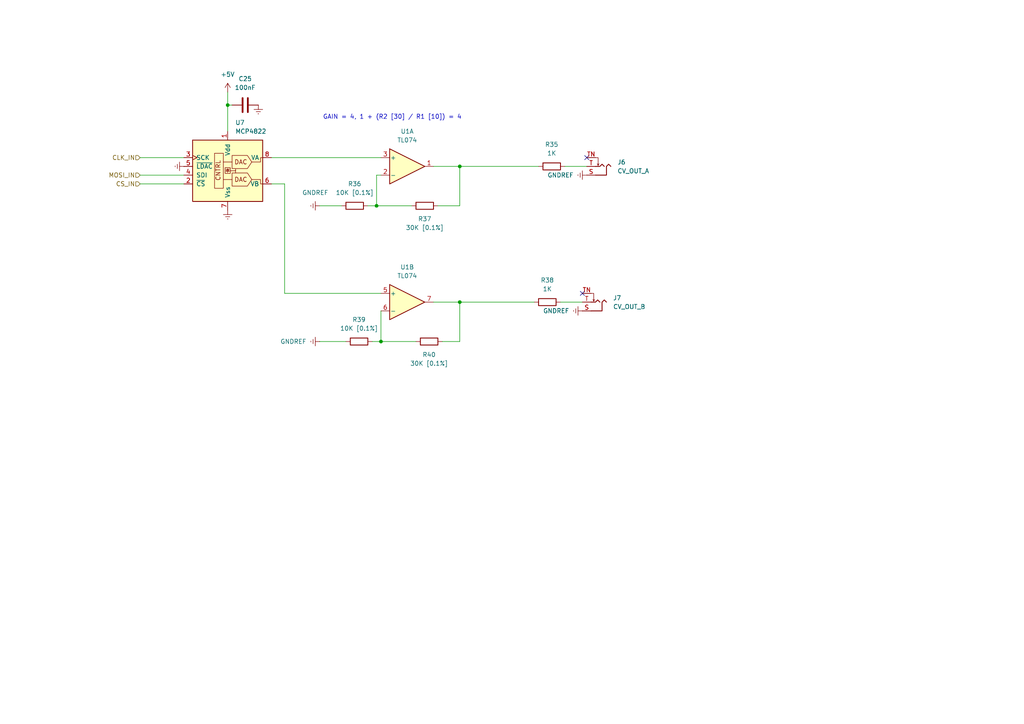
<source format=kicad_sch>
(kicad_sch (version 20231120) (generator "eeschema") (generator_version "8.0")
  (paper "A4")
  (lib_symbols
    (symbol "Amplifier_Operational:TL074" (pin_names (offset 0.127))
      (property "Reference" "U" (at 0 5.08 0))
      (property "Value" "TL074" (at 0 -5.08 0))
      (symbol "TL074_1_1"
        (polyline (pts (xy -5.08 5.08) (xy 5.08 0) (xy -5.08 -5.08) (xy -5.08 5.08)) (stroke (width 0.254)) (fill (type background)))
        (pin output line (at 7.62 0 180) (length 2.54) (name "~") (number "1"))
        (pin input line (at -7.62 -2.54 0) (length 2.54) (name "-") (number "2"))
        (pin input line (at -7.62 2.54 0) (length 2.54) (name "+") (number "3"))
      )
      (symbol "TL074_2_1"
        (polyline (pts (xy -5.08 5.08) (xy 5.08 0) (xy -5.08 -5.08) (xy -5.08 5.08)) (stroke (width 0.254)) (fill (type background)))
        (pin input line (at -7.62 2.54 0) (length 2.54) (name "+") (number "5"))
        (pin input line (at -7.62 -2.54 0) (length 2.54) (name "-") (number "6"))
        (pin output line (at 7.62 0 180) (length 2.54) (name "~") (number "7"))
      )
      (symbol "TL074_3_1"
        (polyline (pts (xy -5.08 5.08) (xy 5.08 0) (xy -5.08 -5.08) (xy -5.08 5.08)) (stroke (width 0.254)) (fill (type background)))
        (pin input line (at -7.62 2.54 0) (length 2.54) (name "+") (number "10"))
        (pin output line (at 7.62 0 180) (length 2.54) (name "~") (number "8"))
        (pin input line (at -7.62 -2.54 0) (length 2.54) (name "-") (number "9"))
      )
      (symbol "TL074_4_1"
        (polyline (pts (xy -5.08 5.08) (xy 5.08 0) (xy -5.08 -5.08) (xy -5.08 5.08)) (stroke (width 0.254)) (fill (type background)))
        (pin input line (at -7.62 2.54 0) (length 2.54) (name "+") (number "12"))
        (pin input line (at -7.62 -2.54 0) (length 2.54) (name "-") (number "13"))
        (pin output line (at 7.62 0 180) (length 2.54) (name "~") (number "14"))
      )
      (symbol "TL074_5_1"
        (pin power_in line (at -2.54 -7.62 90) (length 3.81) (name "V-") (number "11"))
        (pin power_in line (at -2.54 7.62 270) (length 3.81) (name "V+") (number "4"))
      )
    )
    (symbol "Analog_DAC:MCP4822" (pin_names (offset 1.016))
      (property "Reference" "U" (at -2.54 10.795 0))
      (property "Value" "MCP4822" (at -2.54 8.89 0))
      (symbol "MCP4822_0_0"
        (polyline (pts (xy 0 -1.778) (xy 0 -0.635)))
        (polyline (pts (xy 0.381 -0.889) (xy 0.508 -0.762)))
        (polyline (pts (xy 2.286 -1.143) (xy 2.286 -1.905)))
        (polyline (pts (xy 0.381 -0.889) (xy -0.381 -0.889) (xy -0.508 -1.016)))
        (polyline (pts (xy 0.762 -1.27) (xy 2.286 -1.27) (xy 2.286 -0.762)))
        (polyline (pts (xy 0 -0.889) (xy 0.508 -1.397) (xy -0.508 -1.397) (xy 0 -0.889)))
        (polyline (pts (xy 6.985 -3.81) (xy 9.525 -3.81) (xy 9.525 -5.08) (xy 10.16 -5.08)))
        (polyline (pts (xy 6.985 1.27) (xy 9.525 1.27) (xy 9.525 2.54) (xy 10.16 2.54)))
        (rectangle (start 0.762 -0.381) (end -0.762 -2.032))
        (text "CNTRL" (at -2.032 -4.191 900) (effects (font (size 1.27 1.27)) (justify left bottom)))
        (text "DAC" (at 3.81 -3.81 0) (effects (font (size 1.27 1.27))))
        (text "DAC" (at 3.81 1.27 0) (effects (font (size 1.27 1.27))))
      )
      (symbol "MCP4822_0_1"
        (rectangle (start -10.16 7.62) (end 10.16 -10.16) (stroke (width 0.254)) (fill (type background)))
        (rectangle (start -1.27 -6.35) (end -3.81 3.81))
        (polyline (pts (xy 1.27 -3.81) (xy -1.27 -3.81)))
        (polyline (pts (xy 1.27 1.27) (xy -1.27 1.27)))
        (polyline (pts (xy 6.985 -3.81) (xy 5.715 -1.905) (xy 1.27 -1.905) (xy 1.27 -5.715) (xy 5.715 -5.715) (xy 6.985 -3.81)))
        (polyline (pts (xy 6.985 1.27) (xy 5.715 3.175) (xy 1.27 3.175) (xy 1.27 -0.635) (xy 5.715 -0.635) (xy 6.985 1.27)))
      )
      (symbol "MCP4822_1_1"
        (pin power_in line (at 0 10.16 270) (length 2.54) (name "Vdd") (number "1"))
        (pin input line (at -12.7 -5.08 0) (length 2.54) (name "~{CS}") (number "2"))
        (pin input clock (at -12.7 2.54 0) (length 2.54) (name "SCK") (number "3"))
        (pin input line (at -12.7 -2.54 0) (length 2.54) (name "SDI") (number "4"))
        (pin input line (at -12.7 0 0) (length 2.54) (name "~{LDAC}") (number "5"))
        (pin output line (at 12.7 -5.08 180) (length 2.54) (name "VB") (number "6"))
        (pin power_in line (at 0 -12.7 90) (length 2.54) (name "Vss") (number "7"))
        (pin output line (at 12.7 2.54 180) (length 2.54) (name "VA") (number "8"))
      )
    )
    (symbol "Device:C" (pin_numbers hide) (pin_names (offset 0.254))
      (property "Reference" "C" (at 0.635 2.54 0))
      (property "Value" "C" (at 0.635 -2.54 0))
      (symbol "C_0_1"
        (polyline (pts (xy -2.032 -0.762) (xy 2.032 -0.762)) (stroke (width 0.508)))
        (polyline (pts (xy -2.032 0.762) (xy 2.032 0.762)) (stroke (width 0.508)))
      )
      (symbol "C_1_1"
        (pin passive line (at 0 3.81 270) (length 2.794) (name "~") (number "1"))
        (pin passive line (at 0 -3.81 90) (length 2.794) (name "~") (number "2"))
      )
    )
    (symbol "Device:R" (pin_numbers hide) (pin_names (offset 0))
      (property "Reference" "R" (at 2.032 0 90))
      (property "Value" "R" (at 0 0 90))
      (symbol "R_0_1"
        (rectangle (start -1.016 -2.54) (end 1.016 2.54) (stroke (width 0.254)))
      )
      (symbol "R_1_1"
        (pin passive line (at 0 3.81 270) (length 1.27) (name "~") (number "1"))
        (pin passive line (at 0 -3.81 90) (length 1.27) (name "~") (number "2"))
      )
    )
    (symbol "power:+5V" (power) (pin_numbers hide) (pin_names (offset 0) hide)
      (property "Value" "+5V" (at 0 3.556 0))
      (symbol "+5V_0_1"
        (polyline (pts (xy -0.762 1.27) (xy 0 2.54)))
        (polyline (pts (xy 0 0) (xy 0 2.54)))
        (polyline (pts (xy 0 2.54) (xy 0.762 1.27)))
      )
      (symbol "+5V_1_1"
        (pin power_in line (at 0 0 90) (length 0) (name "~") (number "1"))
      )
    )
    (symbol "power:GNDREF" (power) (pin_numbers hide) (pin_names (offset 0) hide)
      (property "Value" "GNDREF" (at 0 -3.81 0))
      (symbol "GNDREF_0_1"
        (polyline (pts (xy -0.635 -1.905) (xy 0.635 -1.905)))
        (polyline (pts (xy -0.127 -2.54) (xy 0.127 -2.54)))
        (polyline (pts (xy 0 -1.27) (xy 0 0)))
        (polyline (pts (xy 1.27 -1.27) (xy -1.27 -1.27)))
      )
      (symbol "GNDREF_1_1"
        (pin power_in line (at 0 0 270) (length 0) (name "~") (number "1"))
      )
    )
    (symbol "synth:AudioJack_Mono_3.5mm"
      (property "Reference" "J" (at 0 8.89 0))
      (property "Value" "AudioJack_Mono_3.5mm" (at 0 6.35 0))
      (symbol "AudioJack_Mono_3.5mm_0_1"
        (polyline (pts (xy 1.778 -0.254) (xy 2.032 -0.762)))
        (polyline (pts (xy 0 0) (xy 0.635 -0.635) (xy 1.27 0) (xy 2.54 0)) (stroke (width 0.254)))
        (polyline (pts (xy 2.54 -2.54) (xy 1.778 -2.54) (xy 1.778 -0.254) (xy 1.524 -0.762)))
        (polyline (pts (xy 2.54 2.54) (xy -0.635 2.54) (xy -0.635 0) (xy -1.27 -0.635) (xy -1.905 0)) (stroke (width 0.254)))
      )
      (symbol "AudioJack_Mono_3.5mm_1_1"
        (pin passive line (at 5.08 2.54 180) (length 2.54) (name "~") (number "S"))
        (pin passive line (at 5.08 0 180) (length 2.54) (name "~") (number "T"))
        (pin passive line (at 5.08 -2.54 180) (length 2.54) (name "~") (number "TN"))
      )
    )
  )
  (junction (at 133.35 87.63))
  (junction (at 110.49 99.06))
  (junction (at 66.04 30.48))
  (junction (at 109.22 59.69))
  (junction (at 133.35 48.26))
  (no_connect (at 168.91 85.09))
  (no_connect (at 170.18 45.72))
  (wire (pts (xy 82.55 85.09) (xy 82.55 53.34)))
  (wire (pts (xy 125.73 87.63) (xy 133.35 87.63)))
  (wire (pts (xy 109.22 59.69) (xy 109.22 50.8)))
  (wire (pts (xy 109.22 50.8) (xy 110.49 50.8)))
  (wire (pts (xy 110.49 99.06) (xy 110.49 90.17)))
  (wire (pts (xy 110.49 99.06) (xy 120.65 99.06)))
  (wire (pts (xy 92.71 59.69) (xy 99.06 59.69)))
  (wire (pts (xy 133.35 48.26) (xy 133.35 59.69)))
  (wire (pts (xy 133.35 87.63) (xy 133.35 99.06)))
  (wire (pts (xy 163.83 48.26) (xy 170.18 48.26)))
  (wire (pts (xy 133.35 87.63) (xy 154.94 87.63)))
  (wire (pts (xy 92.71 99.06) (xy 100.33 99.06)))
  (wire (pts (xy 66.04 26.67) (xy 66.04 30.48)))
  (wire (pts (xy 133.35 59.69) (xy 127 59.69)))
  (wire (pts (xy 67.31 30.48) (xy 66.04 30.48)))
  (wire (pts (xy 107.95 99.06) (xy 110.49 99.06)))
  (wire (pts (xy 40.64 50.8) (xy 53.34 50.8)))
  (wire (pts (xy 40.64 53.34) (xy 53.34 53.34)))
  (wire (pts (xy 133.35 48.26) (xy 156.21 48.26)))
  (wire (pts (xy 125.73 48.26) (xy 133.35 48.26)))
  (wire (pts (xy 66.04 30.48) (xy 66.04 38.1)))
  (wire (pts (xy 162.56 87.63) (xy 168.91 87.63)))
  (wire (pts (xy 109.22 59.69) (xy 119.38 59.69)))
  (wire (pts (xy 133.35 99.06) (xy 128.27 99.06)))
  (wire (pts (xy 106.68 59.69) (xy 109.22 59.69)))
  (wire (pts (xy 110.49 85.09) (xy 82.55 85.09)))
  (wire (pts (xy 82.55 53.34) (xy 78.74 53.34)))
  (wire (pts (xy 40.64 45.72) (xy 53.34 45.72)))
  (wire (pts (xy 78.74 45.72) (xy 110.49 45.72)))
  (text "GAIN = 4, 1 + (R2 [30] / R1 [10]) = 4" (at 113.792 34.036 0) (effects (font (size 1.27 1.27))))
  (hierarchical_label "CLK_IN" (shape input) (at 40.64 45.72 180))
  (hierarchical_label "CS_IN" (shape input) (at 40.64 53.34 180))
  (hierarchical_label "MOSI_IN" (shape input) (at 40.64 50.8 180))
  (symbol (lib_id "Amplifier_Operational:TL074") (at 118.11 48.26 0) (unit 1)
    (property "Reference" "U1" (at 118.11 38.1 0))
    (property "Value" "TL074" (at 118.11 40.64 0))
    (property "Footprint" "Synth:SOIC-14" (effects (hide yes)))
    (property "Datasheet" "http://www.ti.com/lit/ds/symlink/tl071.pdf" (effects (hide yes)))
    (property "Description" "Quad Low-Noise JFET-Input Operational Amplifiers, DIP-14/SOIC-14" (effects (hide yes)))
  )
  (symbol (lib_id "power:GNDREF") (at 92.71 59.69 270) (unit 1)
    (property "Reference" "#PWR072" (effects (hide yes)))
    (property "Value" "GNDREF" (at 91.44 55.88 90))
    (property "Description" "Power symbol creates a global label with name \"GNDREF\" , reference supply ground" (effects (hide yes)))
  )
  (symbol (lib_id "Analog_DAC:MCP4822") (at 66.04 48.26 0) (unit 1)
    (property "Reference" "U7" (at 68.2341 35.56 0) (effects (justify left)))
    (property "Value" "MCP4822" (at 68.2341 38.1 0) (effects (justify left)))
    (property "Footprint" "Synth:SOIC-8" (effects (hide yes)))
    (property "Datasheet" "http://ww1.microchip.com/downloads/en/DeviceDoc/20002249B.pdf" (effects (hide yes)))
    (property "Description" "2-Channel 12-Bit D/A Converters with SPI Interface and Internal Reference (2.048V)" (effects (hide yes)))
  )
  (symbol (lib_id "Device:C") (at 71.12 30.48 90) (unit 1)
    (property "Reference" "C25" (at 71.12 22.86 90))
    (property "Value" "100nF" (at 71.12 25.4 90))
    (property "Footprint" "Capacitor_SMD:C_0805_2012Metric_Pad1.18x1.45mm_HandSolder" (effects (hide yes)))
    (property "Description" "Unpolarized capacitor" (effects (hide yes)))
  )
  (symbol (lib_id "power:GNDREF") (at 92.71 99.06 270) (unit 1)
    (property "Reference" "#PWR075" (effects (hide yes)))
    (property "Value" "GNDREF" (at 88.9 99.0599 90) (effects (justify right)))
    (property "Description" "Power symbol creates a global label with name \"GNDREF\" , reference supply ground" (effects (hide yes)))
  )
  (symbol (lib_id "power:GNDREF") (at 66.04 60.96 0) (unit 1)
    (property "Reference" "#PWR073" (effects (hide yes)))
    (property "Value" "GNDREF" (effects (hide yes)))
    (property "Description" "Power symbol creates a global label with name \"GNDREF\" , reference supply ground" (effects (hide yes)))
  )
  (symbol (lib_id "Device:R") (at 104.14 99.06 90) (unit 1)
    (property "Reference" "R39" (at 104.14 92.71 90))
    (property "Value" "10K [0.1%]" (at 104.14 95.25 90))
    (property "Footprint" "Resistor_SMD:R_0805_2012Metric_Pad1.20x1.40mm_HandSolder" (effects (hide yes)))
    (property "Description" "Resistor" (effects (hide yes)))
  )
  (symbol (lib_id "Device:R") (at 123.19 59.69 90) (unit 1)
    (property "Reference" "R37" (at 123.19 63.5 90))
    (property "Value" "30K [0.1%]" (at 123.19 66.04 90))
    (property "Footprint" "Resistor_SMD:R_0805_2012Metric_Pad1.20x1.40mm_HandSolder" (effects (hide yes)))
    (property "Description" "Resistor" (effects (hide yes)))
  )
  (symbol (lib_id "power:+5V") (at 66.04 26.67 0) (unit 1)
    (property "Reference" "#PWR068" (effects (hide yes)))
    (property "Value" "+5V" (at 66.04 21.59 0))
    (property "Description" "Power symbol creates a global label with name \"+5V\"" (effects (hide yes)))
  )
  (symbol (lib_id "power:GNDREF") (at 168.91 90.17 270) (unit 1)
    (property "Reference" "#PWR074" (effects (hide yes)))
    (property "Value" "GNDREF" (at 165.1 90.1699 90) (effects (justify right)))
    (property "Description" "Power symbol creates a global label with name \"GNDREF\" , reference supply ground" (effects (hide yes)))
  )
  (symbol (lib_id "Device:R") (at 158.75 87.63 90) (unit 1)
    (property "Reference" "R38" (at 158.75 81.28 90))
    (property "Value" "1K" (at 158.75 83.82 90))
    (property "Footprint" "Resistor_SMD:R_0805_2012Metric_Pad1.20x1.40mm_HandSolder" (effects (hide yes)))
    (property "Description" "Resistor" (effects (hide yes)))
  )
  (symbol (lib_id "synth:AudioJack_Mono_3.5mm") (at 175.26 48.26 180) (unit 1)
    (property "Reference" "J6" (at 179.07 47.0534 0) (effects (justify right)))
    (property "Value" "CV_OUT_A" (at 179.07 49.5934 0) (effects (justify right)))
    (property "Footprint" "Synth:Jack_3.5mm_QingPu_WQP-PJ398SM_Vertical_CircularHoles" (effects (hide yes)))
    (property "Description" "Audio Jack, 2 Poles (Mono / TS), Switched T Pole (Normalling)" (effects (hide yes)))
  )
  (symbol (lib_id "power:GNDREF") (at 74.93 30.48 0) (unit 1)
    (property "Reference" "#PWR069" (effects (hide yes)))
    (property "Value" "GNDREF" (effects (hide yes)))
    (property "Description" "Power symbol creates a global label with name \"GNDREF\" , reference supply ground" (effects (hide yes)))
  )
  (symbol (lib_id "Device:R") (at 124.46 99.06 90) (unit 1)
    (property "Reference" "R40" (at 124.46 102.87 90))
    (property "Value" "30K [0.1%]" (at 124.46 105.41 90))
    (property "Footprint" "Resistor_SMD:R_0805_2012Metric_Pad1.20x1.40mm_HandSolder" (effects (hide yes)))
    (property "Description" "Resistor" (effects (hide yes)))
  )
  (symbol (lib_id "Device:R") (at 160.02 48.26 90) (unit 1)
    (property "Reference" "R35" (at 160.02 41.91 90))
    (property "Value" "1K" (at 160.02 44.45 90))
    (property "Footprint" "Resistor_SMD:R_0805_2012Metric_Pad1.20x1.40mm_HandSolder" (effects (hide yes)))
    (property "Description" "Resistor" (effects (hide yes)))
  )
  (symbol (lib_id "power:GNDREF") (at 53.34 48.26 270) (unit 1)
    (property "Reference" "#PWR070" (effects (hide yes)))
    (property "Value" "GNDREF" (effects (hide yes)))
    (property "Description" "Power symbol creates a global label with name \"GNDREF\" , reference supply ground" (effects (hide yes)))
  )
  (symbol (lib_id "synth:AudioJack_Mono_3.5mm") (at 173.99 87.63 180) (unit 1)
    (property "Reference" "J7" (at 177.8 86.4234 0) (effects (justify right)))
    (property "Value" "CV_OUT_B" (at 177.8 88.9634 0) (effects (justify right)))
    (property "Footprint" "Synth:Jack_3.5mm_QingPu_WQP-PJ398SM_Vertical_CircularHoles" (effects (hide yes)))
    (property "Description" "Audio Jack, 2 Poles (Mono / TS), Switched T Pole (Normalling)" (effects (hide yes)))
  )
  (symbol (lib_id "Device:R") (at 102.87 59.69 90) (unit 1)
    (property "Reference" "R36" (at 102.87 53.34 90))
    (property "Value" "10K [0.1%]" (at 102.87 55.88 90))
    (property "Footprint" "Resistor_SMD:R_0805_2012Metric_Pad1.20x1.40mm_HandSolder" (effects (hide yes)))
    (property "Description" "Resistor" (effects (hide yes)))
  )
  (symbol (lib_id "Amplifier_Operational:TL074") (at 118.11 87.63 0) (unit 2)
    (property "Reference" "U1" (at 118.11 77.47 0))
    (property "Value" "TL074" (at 118.11 80.01 0))
    (property "Footprint" "Synth:SOIC-14" (effects (hide yes)))
    (property "Datasheet" "http://www.ti.com/lit/ds/symlink/tl071.pdf" (effects (hide yes)))
    (property "Description" "Quad Low-Noise JFET-Input Operational Amplifiers, DIP-14/SOIC-14" (effects (hide yes)))
  )
  (symbol (lib_id "power:GNDREF") (at 170.18 50.8 270) (unit 1)
    (property "Reference" "#PWR071" (effects (hide yes)))
    (property "Value" "GNDREF" (at 166.37 50.7999 90) (effects (justify right)))
    (property "Description" "Power symbol creates a global label with name \"GNDREF\" , reference supply ground" (effects (hide yes)))
  )
)
</source>
